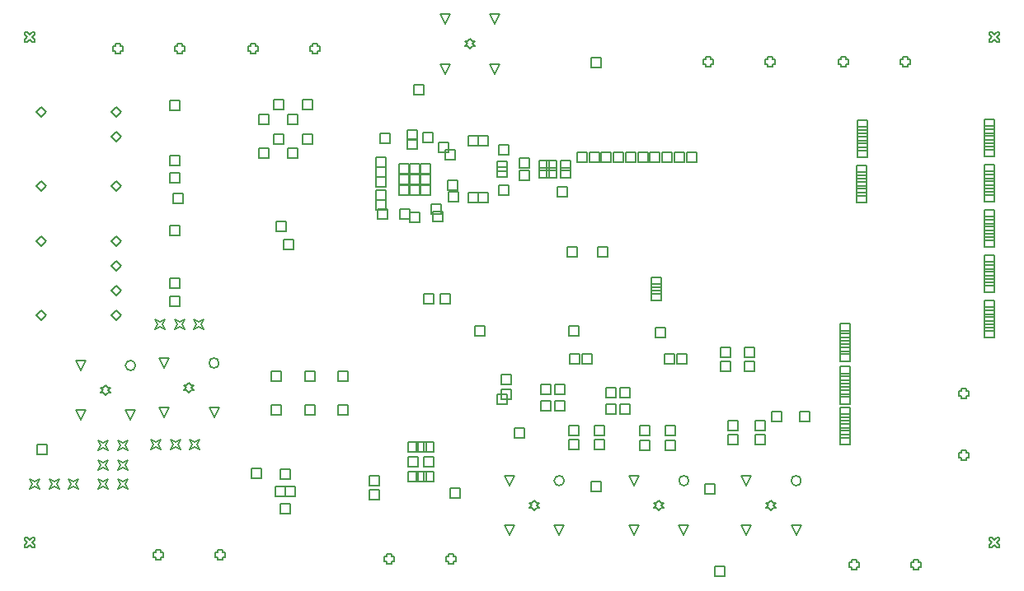
<source format=gbr>
%TF.GenerationSoftware,Altium Limited,Altium Designer,22.0.2 (36)*%
G04 Layer_Color=2752767*
%FSLAX45Y45*%
%MOMM*%
%TF.SameCoordinates,A85A4143-1F01-4578-B965-72C63468A48A*%
%TF.FilePolarity,Positive*%
%TF.FileFunction,Drawing*%
%TF.Part,Single*%
G01*
G75*
%TA.AperFunction,NonConductor*%
%ADD70C,0.12700*%
%ADD108C,0.16933*%
D70*
X3166100Y1652800D02*
Y1754400D01*
X3267700D01*
Y1652800D01*
X3166100D01*
X2823200D02*
Y1754400D01*
X2924800D01*
Y1652800D01*
X2823200D01*
X2480300D02*
Y1754400D01*
X2581900D01*
Y1652800D01*
X2480300D01*
X3166100Y1309900D02*
Y1411500D01*
X3267700D01*
Y1309900D01*
X3166100D01*
X2823200D02*
Y1411500D01*
X2924800D01*
Y1309900D01*
X2823200D01*
X2480300D02*
Y1411500D01*
X2581900D01*
Y1309900D01*
X2480300D01*
X1032500Y1256160D02*
X981700Y1357760D01*
X1083300D01*
X1032500Y1256160D01*
X521960D02*
X471160Y1357760D01*
X572760D01*
X521960Y1256160D01*
Y1766700D02*
X471160Y1868300D01*
X572760D01*
X521960Y1766700D01*
X777230Y1511430D02*
X802630Y1536830D01*
X828030D01*
X802630Y1562230D01*
X828030Y1587630D01*
X802630D01*
X777230Y1613030D01*
X751830Y1587630D01*
X726430D01*
X751830Y1562230D01*
X726430Y1536830D01*
X751830D01*
X777230Y1511430D01*
X6715270Y71700D02*
X6664470Y173300D01*
X6766070D01*
X6715270Y71700D01*
X6204730D02*
X6153930Y173300D01*
X6255530D01*
X6204730Y71700D01*
Y582240D02*
X6153930Y683840D01*
X6255530D01*
X6204730Y582240D01*
X6460000Y326970D02*
X6485400Y352370D01*
X6510800D01*
X6485400Y377770D01*
X6510800Y403170D01*
X6485400D01*
X6460000Y428570D01*
X6434600Y403170D01*
X6409200D01*
X6434600Y377770D01*
X6409200Y352370D01*
X6434600D01*
X6460000Y326970D01*
X7867770Y71700D02*
X7816970Y173300D01*
X7918570D01*
X7867770Y71700D01*
X7357230D02*
X7306430Y173300D01*
X7408030D01*
X7357230Y71700D01*
Y582240D02*
X7306430Y683840D01*
X7408030D01*
X7357230Y582240D01*
X7612500Y326970D02*
X7637900Y352370D01*
X7663300D01*
X7637900Y377770D01*
X7663300Y403170D01*
X7637900D01*
X7612500Y428570D01*
X7587100Y403170D01*
X7561700D01*
X7587100Y377770D01*
X7561700Y352370D01*
X7587100D01*
X7612500Y326970D01*
X1890000Y1281700D02*
X1839200Y1383300D01*
X1940800D01*
X1890000Y1281700D01*
X1379460D02*
X1328660Y1383300D01*
X1430260D01*
X1379460Y1281700D01*
Y1792240D02*
X1328660Y1893840D01*
X1430260D01*
X1379460Y1792240D01*
X1634730Y1536970D02*
X1660130Y1562370D01*
X1685530D01*
X1660130Y1587770D01*
X1685530Y1613170D01*
X1660130D01*
X1634730Y1638570D01*
X1609330Y1613170D01*
X1583930D01*
X1609330Y1587770D01*
X1583930Y1562370D01*
X1609330D01*
X1634730Y1536970D01*
X5435000Y71700D02*
X5384200Y173300D01*
X5485800D01*
X5435000Y71700D01*
X4924460D02*
X4873660Y173300D01*
X4975260D01*
X4924460Y71700D01*
Y582240D02*
X4873660Y683840D01*
X4975260D01*
X4924460Y582240D01*
X5179730Y326970D02*
X5205130Y352370D01*
X5230530D01*
X5205130Y377770D01*
X5230530Y403170D01*
X5205130D01*
X5179730Y428570D01*
X5154330Y403170D01*
X5128930D01*
X5154330Y377770D01*
X5128930Y352370D01*
X5154330D01*
X5179730Y326970D01*
X1686290Y2186703D02*
X1711690Y2237503D01*
X1686290Y2288303D01*
X1737090Y2262903D01*
X1787890Y2288303D01*
X1762490Y2237503D01*
X1787890Y2186703D01*
X1737090Y2212103D01*
X1686290Y2186703D01*
X1486291D02*
X1511691Y2237503D01*
X1486291Y2288303D01*
X1537091Y2262903D01*
X1587891Y2288303D01*
X1562491Y2237503D01*
X1587891Y2186703D01*
X1537091Y2212103D01*
X1486291Y2186703D01*
X1286291D02*
X1311691Y2237503D01*
X1286291Y2288303D01*
X1337091Y2262903D01*
X1387891Y2288303D01*
X1362491Y2237503D01*
X1387891Y2186703D01*
X1337091Y2212103D01*
X1286291Y2186703D01*
X8960473Y4913843D02*
Y4888443D01*
X9011273D01*
Y4913843D01*
X9036673D01*
Y4964643D01*
X9011273D01*
Y4990043D01*
X8960473D01*
Y4964643D01*
X8935073D01*
Y4913843D01*
X8960473D01*
X8325473D02*
Y4888443D01*
X8376273D01*
Y4913843D01*
X8401673D01*
Y4964643D01*
X8376273D01*
Y4990043D01*
X8325473D01*
Y4964643D01*
X8300073D01*
Y4913843D01*
X8325473D01*
X7577976D02*
Y4888443D01*
X7628776D01*
Y4913843D01*
X7654176D01*
Y4964643D01*
X7628776D01*
Y4990043D01*
X7577976D01*
Y4964643D01*
X7552576D01*
Y4913843D01*
X7577976D01*
X6942976D02*
Y4888443D01*
X6993776D01*
Y4913843D01*
X7019176D01*
Y4964643D01*
X6993776D01*
Y4990043D01*
X6942976D01*
Y4964643D01*
X6917576D01*
Y4913843D01*
X6942976D01*
X9563087Y867303D02*
Y841903D01*
X9613887D01*
Y867303D01*
X9639287D01*
Y918103D01*
X9613887D01*
Y943503D01*
X9563087D01*
Y918103D01*
X9537687D01*
Y867303D01*
X9563087D01*
Y1502303D02*
Y1476903D01*
X9613887D01*
Y1502303D01*
X9639287D01*
Y1553103D01*
X9613887D01*
Y1578503D01*
X9563087D01*
Y1553103D01*
X9537687D01*
Y1502303D01*
X9563087D01*
X9076006Y-259631D02*
Y-285031D01*
X9126806D01*
Y-259631D01*
X9152206D01*
Y-208831D01*
X9126806D01*
Y-183431D01*
X9076006D01*
Y-208831D01*
X9050606D01*
Y-259631D01*
X9076006D01*
X5227400Y3749400D02*
Y3851000D01*
X5329000D01*
Y3749400D01*
X5227400D01*
X5303400Y3825400D02*
Y3927000D01*
X5405000D01*
Y3825400D01*
X5303400D01*
X8441006Y-259631D02*
Y-285031D01*
X8491806D01*
Y-259631D01*
X8517206D01*
Y-208831D01*
X8491806D01*
Y-183431D01*
X8441006D01*
Y-208831D01*
X8415606D01*
Y-259631D01*
X8441006D01*
X9849200Y5149200D02*
X9874600D01*
X9900000Y5174600D01*
X9925400Y5149200D01*
X9950800D01*
Y5174600D01*
X9925400Y5200000D01*
X9950800Y5225400D01*
Y5250800D01*
X9925400D01*
X9900000Y5225400D01*
X9874600Y5250800D01*
X9849200D01*
Y5225400D01*
X9874600Y5200000D01*
X9849200Y5174600D01*
Y5149200D01*
Y-50800D02*
X9874600D01*
X9900000Y-25400D01*
X9925400Y-50800D01*
X9950800D01*
Y-25400D01*
X9925400Y0D01*
X9950800Y25400D01*
Y50800D01*
X9925400D01*
X9900000Y25400D01*
X9874600Y50800D01*
X9849200D01*
Y25400D01*
X9874600Y0D01*
X9849200Y-25400D01*
Y-50800D01*
X-50800D02*
X-25400D01*
X0Y-25400D01*
X25400Y-50800D01*
X50800D01*
Y-25400D01*
X25400Y0D01*
X50800Y25400D01*
Y50800D01*
X25400D01*
X0Y25400D01*
X-25400Y50800D01*
X-50800D01*
Y25400D01*
X-25400Y0D01*
X-50800Y-25400D01*
Y-50800D01*
Y5149200D02*
X-25400D01*
X0Y5174600D01*
X25400Y5149200D01*
X50800D01*
Y5174600D01*
X25400Y5200000D01*
X50800Y5225400D01*
Y5250800D01*
X25400D01*
X0Y5225400D01*
X-25400Y5250800D01*
X-50800D01*
Y5225400D01*
X-25400Y5200000D01*
X-50800Y5174600D01*
Y5149200D01*
X61701Y3098502D02*
X112501Y3149302D01*
X163301Y3098502D01*
X112501Y3047702D01*
X61701Y3098502D01*
Y2336502D02*
X112501Y2387302D01*
X163301Y2336502D01*
X112501Y2285702D01*
X61701Y2336502D01*
X831702Y3098502D02*
X882502Y3149302D01*
X933302Y3098502D01*
X882502Y3047702D01*
X831702Y3098502D01*
Y2844502D02*
X882502Y2895302D01*
X933302Y2844502D01*
X882502Y2793702D01*
X831702Y2844502D01*
Y2590502D02*
X882502Y2641302D01*
X933302Y2590502D01*
X882502Y2539702D01*
X831702Y2590502D01*
Y2336502D02*
X882502Y2387302D01*
X933302Y2336502D01*
X882502Y2285702D01*
X831702Y2336502D01*
X61701Y3666501D02*
X112501Y3717301D01*
X163301Y3666501D01*
X112501Y3615701D01*
X61701Y3666501D01*
Y4428501D02*
X112501Y4479301D01*
X163301Y4428501D01*
X112501Y4377701D01*
X61701Y4428501D01*
X831702D02*
X882502Y4479301D01*
X933302Y4428501D01*
X882502Y4377701D01*
X831702Y4428501D01*
Y4174501D02*
X882502Y4225301D01*
X933302Y4174501D01*
X882502Y4123701D01*
X831702Y4174501D01*
Y3666501D02*
X882502Y3717301D01*
X933302Y3666501D01*
X882502Y3615701D01*
X831702Y3666501D01*
X4294601Y-200400D02*
Y-225800D01*
X4345401D01*
Y-200400D01*
X4370801D01*
Y-149600D01*
X4345401D01*
Y-124200D01*
X4294601D01*
Y-149600D01*
X4269201D01*
Y-200400D01*
X4294601D01*
X3659601D02*
Y-225800D01*
X3710401D01*
Y-200400D01*
X3735801D01*
Y-149600D01*
X3710401D01*
Y-124200D01*
X3659601D01*
Y-149600D01*
X3634201D01*
Y-200400D01*
X3659601D01*
X1289598Y-155401D02*
Y-180801D01*
X1340398D01*
Y-155401D01*
X1365798D01*
Y-104601D01*
X1340398D01*
Y-79201D01*
X1289598D01*
Y-104601D01*
X1264198D01*
Y-155401D01*
X1289598D01*
X1924598D02*
Y-180801D01*
X1975398D01*
Y-155401D01*
X2000798D01*
Y-104601D01*
X1975398D01*
Y-79201D01*
X1924598D01*
Y-104601D01*
X1899198D01*
Y-155401D01*
X1924598D01*
X899200Y946700D02*
X924600Y997500D01*
X899200Y1048300D01*
X950000Y1022900D01*
X1000800Y1048300D01*
X975400Y997500D01*
X1000800Y946700D01*
X950000Y972100D01*
X899200Y946700D01*
Y746700D02*
X924600Y797500D01*
X899200Y848300D01*
X950000Y822900D01*
X1000800Y848300D01*
X975400Y797500D01*
X1000800Y746700D01*
X950000Y772100D01*
X899200Y746700D01*
Y546701D02*
X924600Y597501D01*
X899200Y648301D01*
X950000Y622901D01*
X1000800Y648301D01*
X975400Y597501D01*
X1000800Y546701D01*
X950000Y572101D01*
X899200Y546701D01*
X699201D02*
X724601Y597501D01*
X699201Y648301D01*
X750001Y622901D01*
X800801Y648301D01*
X775401Y597501D01*
X800801Y546701D01*
X750001Y572101D01*
X699201Y546701D01*
Y746700D02*
X724601Y797500D01*
X699201Y848300D01*
X750001Y822900D01*
X800801Y848300D01*
X775401Y797500D01*
X800801Y746700D01*
X750001Y772100D01*
X699201Y746700D01*
Y946700D02*
X724601Y997500D01*
X699201Y1048300D01*
X750001Y1022900D01*
X800801Y1048300D01*
X775401Y997500D01*
X800801Y946700D01*
X750001Y972100D01*
X699201Y946700D01*
X1641698Y951699D02*
X1667098Y1002499D01*
X1641698Y1053299D01*
X1692498Y1027899D01*
X1743298Y1053299D01*
X1717898Y1002499D01*
X1743298Y951699D01*
X1692498Y977099D01*
X1641698Y951699D01*
X1441698D02*
X1467098Y1002499D01*
X1441698Y1053299D01*
X1492498Y1027899D01*
X1543298Y1053299D01*
X1517898Y1002499D01*
X1543298Y951699D01*
X1492498Y977099D01*
X1441698Y951699D01*
X1241699D02*
X1267099Y1002499D01*
X1241699Y1053299D01*
X1292499Y1027899D01*
X1343299Y1053299D01*
X1317899Y1002499D01*
X1343299Y951699D01*
X1292499Y977099D01*
X1241699Y951699D01*
X874598Y5049603D02*
Y5024203D01*
X925398D01*
Y5049603D01*
X950798D01*
Y5100403D01*
X925398D01*
Y5125803D01*
X874598D01*
Y5100403D01*
X849198D01*
Y5049603D01*
X874598D01*
X1509598D02*
Y5024203D01*
X1560398D01*
Y5049603D01*
X1585798D01*
Y5100403D01*
X1560398D01*
Y5125803D01*
X1509598D01*
Y5100403D01*
X1484198D01*
Y5049603D01*
X1509598D01*
X2269601D02*
Y5024203D01*
X2320401D01*
Y5049603D01*
X2345801D01*
Y5100403D01*
X2320401D01*
Y5125803D01*
X2269601D01*
Y5100403D01*
X2244201D01*
Y5049603D01*
X2269601D01*
X2904601D02*
Y5024203D01*
X2955401D01*
Y5049603D01*
X2980801D01*
Y5100403D01*
X2955401D01*
Y5125803D01*
X2904601D01*
Y5100403D01*
X2879201D01*
Y5049603D01*
X2904601D01*
X4775271Y4818930D02*
X4724471Y4920530D01*
X4826071D01*
X4775271Y4818930D01*
X4264731D02*
X4213931Y4920530D01*
X4315531D01*
X4264731Y4818930D01*
Y5329470D02*
X4213931Y5431070D01*
X4315531D01*
X4264731Y5329470D01*
X4775271D02*
X4724471Y5431070D01*
X4826071D01*
X4775271Y5329470D01*
X4520001Y5074200D02*
X4545401Y5099600D01*
X4570801D01*
X4545401Y5125000D01*
X4570801Y5150400D01*
X4545401D01*
X4520001Y5175800D01*
X4494601Y5150400D01*
X4469201D01*
X4494601Y5125000D01*
X4469201Y5099600D01*
X4494601D01*
X4520001Y5074200D01*
X5227400Y3825400D02*
Y3927000D01*
X5329000D01*
Y3825400D01*
X5227400D01*
X5303400Y3749400D02*
Y3851000D01*
X5405000D01*
Y3749400D01*
X5303400D01*
X-798Y544201D02*
X24602Y595001D01*
X-798Y645801D01*
X50002Y620401D01*
X100802Y645801D01*
X75402Y595001D01*
X100802Y544201D01*
X50002Y569601D01*
X-798Y544201D01*
X199202D02*
X224602Y595001D01*
X199202Y645801D01*
X250002Y620401D01*
X300802Y645801D01*
X275402Y595001D01*
X300802Y544201D01*
X250002Y569601D01*
X199202Y544201D01*
X399201D02*
X424601Y595001D01*
X399201Y645801D01*
X450001Y620401D01*
X500801Y645801D01*
X475401Y595001D01*
X500801Y544201D01*
X450001Y569601D01*
X399201Y544201D01*
X3966199Y626200D02*
Y727800D01*
X4067799D01*
Y626200D01*
X3966199D01*
X8320959Y1145982D02*
Y1247582D01*
X8422559D01*
Y1145982D01*
X8320959D01*
Y1215982D02*
Y1317582D01*
X8422559D01*
Y1215982D01*
X8320959D01*
Y1285982D02*
Y1387582D01*
X8422559D01*
Y1285982D01*
X8320959D01*
X4798304Y3753071D02*
Y3854671D01*
X4899904D01*
Y3753071D01*
X4798304D01*
X5027384Y3850073D02*
Y3951673D01*
X5128984D01*
Y3850073D01*
X5027384D01*
Y3719294D02*
Y3820894D01*
X5128984D01*
Y3719294D01*
X5027384D01*
X3904162Y3290517D02*
Y3392117D01*
X4005762D01*
Y3290517D01*
X3904162D01*
X4123243Y3375784D02*
Y3477384D01*
X4224843D01*
Y3375784D01*
X4123243D01*
X4293151Y3623259D02*
Y3724859D01*
X4394751D01*
Y3623259D01*
X4293151D01*
X4299165Y3499174D02*
Y3600774D01*
X4400765D01*
Y3499174D01*
X4299165D01*
X4499165Y3496514D02*
Y3598114D01*
X4600765D01*
Y3496514D01*
X4499165D01*
X4497404Y4079544D02*
Y4181144D01*
X4599004D01*
Y4079544D01*
X4497404D01*
X4600375D02*
Y4181144D01*
X4701975D01*
Y4079544D01*
X4600375D01*
X4605096Y3496514D02*
Y3598114D01*
X4706696D01*
Y3496514D01*
X4605096D01*
X4798997Y3818029D02*
Y3919629D01*
X4900597D01*
Y3818029D01*
X4798997D01*
X4566884Y2123292D02*
Y2224892D01*
X4668484D01*
Y2123292D01*
X4566884D01*
X4046702Y2451292D02*
Y2552892D01*
X4148302D01*
Y2451292D01*
X4046702D01*
X4214200D02*
Y2552892D01*
X4315800D01*
Y2451292D01*
X4214200D01*
X7090687Y1900988D02*
Y2002588D01*
X7192287D01*
Y1900988D01*
X7090687D01*
X7338909D02*
Y2002588D01*
X7440509D01*
Y1900988D01*
X7338909D01*
X7090687Y1755817D02*
Y1857417D01*
X7192287D01*
Y1755817D01*
X7090687D01*
X7338909D02*
Y1857417D01*
X7440509D01*
Y1755817D01*
X7338909D01*
X3945176Y4606519D02*
Y4708119D01*
X4046776D01*
Y4606519D01*
X3945176D01*
X2349200Y3949200D02*
Y4050800D01*
X2450800D01*
Y3949200D01*
X2349200D01*
X2649200D02*
Y4050800D01*
X2750800D01*
Y3949200D01*
X2649200D01*
X2499200Y4099200D02*
Y4200800D01*
X2600800D01*
Y4099200D01*
X2499200D01*
X2799200D02*
Y4200800D01*
X2900800D01*
Y4099200D01*
X2799200D01*
X2349200Y4299200D02*
Y4400800D01*
X2450800D01*
Y4299200D01*
X2349200D01*
X2649200D02*
Y4400800D01*
X2750800D01*
Y4299200D01*
X2649200D01*
X2799200Y4449200D02*
Y4550800D01*
X2900800D01*
Y4449200D01*
X2799200D01*
X2499200D02*
Y4550800D01*
X2600800D01*
Y4449200D01*
X2499200D01*
X5829611Y2939284D02*
Y3040884D01*
X5931211D01*
Y2939284D01*
X5829611D01*
X5518788D02*
Y3040884D01*
X5620388D01*
Y2939284D01*
X5518788D01*
X4976698Y1075201D02*
Y1176801D01*
X5078298D01*
Y1075201D01*
X4976698D01*
X5764199Y518199D02*
Y619799D01*
X5865799D01*
Y518199D01*
X5764199D01*
X6929201Y494201D02*
Y595801D01*
X7030801D01*
Y494201D01*
X6929201D01*
X8319042Y1934064D02*
Y2035664D01*
X8420642D01*
Y1934064D01*
X8319042D01*
X8319042Y1864064D02*
Y1965664D01*
X8420642D01*
Y1864064D01*
X8319042D01*
X8319041Y2004064D02*
Y2105664D01*
X8420641D01*
Y2004064D01*
X8319041D01*
Y2074064D02*
Y2175664D01*
X8420641D01*
Y2074064D01*
X8319041D01*
X8319041Y2144064D02*
Y2245664D01*
X8420641D01*
Y2144064D01*
X8319041D01*
X8318994Y1494065D02*
Y1595665D01*
X8420594D01*
Y1494065D01*
X8318994D01*
X8318995Y1424065D02*
Y1525665D01*
X8420595D01*
Y1424065D01*
X8318995D01*
X8318994Y1564065D02*
Y1665665D01*
X8420594D01*
Y1564065D01*
X8318994D01*
Y1634065D02*
Y1735665D01*
X8420594D01*
Y1634065D01*
X8318994D01*
X8318993Y1704065D02*
Y1805665D01*
X8420593D01*
Y1704065D01*
X8318993D01*
X8488994Y3566061D02*
Y3667661D01*
X8590594D01*
Y3566061D01*
X8488994D01*
X8488994Y3496062D02*
Y3597662D01*
X8590594D01*
Y3496062D01*
X8488994D01*
X8488993Y3636061D02*
Y3737661D01*
X8590593D01*
Y3636061D01*
X8488993D01*
Y3706061D02*
Y3807661D01*
X8590593D01*
Y3706061D01*
X8488993D01*
X8488993Y3776062D02*
Y3877662D01*
X8590593D01*
Y3776062D01*
X8488993D01*
X8496492Y4031566D02*
Y4133166D01*
X8598092D01*
Y4031566D01*
X8496492D01*
X8496492Y3961567D02*
Y4063167D01*
X8598092D01*
Y3961567D01*
X8496492D01*
X8496491Y4101566D02*
Y4203166D01*
X8598091D01*
Y4101566D01*
X8496491D01*
Y4171566D02*
Y4273166D01*
X8598091D01*
Y4171566D01*
X8496491D01*
X8496491Y4241567D02*
Y4343167D01*
X8598091D01*
Y4241567D01*
X8496491D01*
X1437109Y2424198D02*
Y2525798D01*
X1538709D01*
Y2424198D01*
X1437109D01*
Y2611700D02*
Y2713300D01*
X1538709D01*
Y2611700D01*
X1437109D01*
Y3159202D02*
Y3260802D01*
X1538709D01*
Y3159202D01*
X1437109D01*
Y4441699D02*
Y4543299D01*
X1538709D01*
Y4441699D01*
X1437109D01*
X1472699Y3486700D02*
Y3588300D01*
X1574299D01*
Y3486700D01*
X1472699D01*
X1437109Y3696702D02*
Y3798302D01*
X1538709D01*
Y3696702D01*
X1437109D01*
Y3871698D02*
Y3973298D01*
X1538709D01*
Y3871698D01*
X1437109D01*
X2272112Y659116D02*
Y760716D01*
X2373712D01*
Y659116D01*
X2272112D01*
X2619999Y471700D02*
Y573300D01*
X2721599D01*
Y471700D01*
X2619999D01*
X2518399D02*
Y573300D01*
X2619999D01*
Y471700D01*
X2518399D01*
X2569199Y646960D02*
Y748560D01*
X2670799D01*
Y646960D01*
X2569199D01*
Y296440D02*
Y398040D01*
X2670799D01*
Y296440D01*
X2569199D01*
X3487111Y582240D02*
Y683840D01*
X3588711D01*
Y582240D01*
X3487111D01*
Y437069D02*
Y538669D01*
X3588711D01*
Y437069D01*
X3487111D01*
X3966199Y926200D02*
Y1027800D01*
X4067799D01*
Y926200D01*
X3966199D01*
X3886199D02*
Y1027800D01*
X3987799D01*
Y926200D01*
X3886199D01*
X4046199D02*
Y1027800D01*
X4147799D01*
Y926200D01*
X4046199D01*
Y776200D02*
Y877800D01*
X4147799D01*
Y776200D01*
X4046199D01*
X3886199D02*
Y877800D01*
X3987799D01*
Y776200D01*
X3886199D01*
Y626200D02*
Y727800D01*
X3987799D01*
Y626200D01*
X3886199D01*
X4046199D02*
Y727800D01*
X4147799D01*
Y626200D01*
X4046199D01*
X4311291Y456698D02*
Y558298D01*
X4412891D01*
Y456698D01*
X4311291D01*
X4794199Y1424029D02*
Y1525629D01*
X4895799D01*
Y1424029D01*
X4794199D01*
X4842110Y1474354D02*
Y1575954D01*
X4943710D01*
Y1474354D01*
X4842110D01*
Y1619526D02*
Y1721126D01*
X4943710D01*
Y1619526D01*
X4842110D01*
X5394502Y1518788D02*
Y1620388D01*
X5496102D01*
Y1518788D01*
X5394502D01*
X5249331D02*
Y1620388D01*
X5350931D01*
Y1518788D01*
X5249331D01*
X5249113Y1351290D02*
Y1452890D01*
X5350713D01*
Y1351290D01*
X5249113D01*
X5394284D02*
Y1452890D01*
X5495884D01*
Y1351290D01*
X5394284D01*
X6061699Y1486291D02*
Y1587891D01*
X6163299D01*
Y1486291D01*
X6061699D01*
X5916528D02*
Y1587891D01*
X6018128D01*
Y1486291D01*
X5916528D01*
X6059286Y1318788D02*
Y1420388D01*
X6160886D01*
Y1318788D01*
X6059286D01*
X5914115D02*
Y1420388D01*
X6015715D01*
Y1318788D01*
X5914115D01*
X5799613Y1099527D02*
Y1201127D01*
X5901213D01*
Y1099527D01*
X5799613D01*
X5533789Y1102026D02*
Y1203626D01*
X5635389D01*
Y1102026D01*
X5533789D01*
Y956855D02*
Y1058455D01*
X5635389D01*
Y956855D01*
X5533789D01*
X5799613Y954355D02*
Y1055955D01*
X5901213D01*
Y954355D01*
X5799613D01*
X7905501Y1237897D02*
Y1339497D01*
X8007101D01*
Y1237897D01*
X7905501D01*
X7613401Y1237903D02*
Y1339503D01*
X7715001D01*
Y1237903D01*
X7613401D01*
X7445412Y1006517D02*
Y1108117D01*
X7547012D01*
Y1006517D01*
X7445412D01*
Y1151688D02*
Y1253288D01*
X7547012D01*
Y1151688D01*
X7445412D01*
X7171790D02*
Y1253288D01*
X7273390D01*
Y1151688D01*
X7171790D01*
Y1006517D02*
Y1108117D01*
X7273390D01*
Y1006517D01*
X7171790D01*
X6258792Y1094284D02*
Y1195884D01*
X6360392D01*
Y1094284D01*
X6258792D01*
Y949113D02*
Y1050713D01*
X6360392D01*
Y949113D01*
X6258792D01*
X6522111D02*
Y1050713D01*
X6623711D01*
Y949113D01*
X6522111D01*
Y1094284D02*
Y1195884D01*
X6623711D01*
Y1094284D01*
X6522111D01*
X5541700Y1831700D02*
Y1933300D01*
X5643300D01*
Y1831700D01*
X5541700D01*
X5671703D02*
Y1933300D01*
X5773303D01*
Y1831700D01*
X5671703D01*
X6519199D02*
Y1933300D01*
X6620799D01*
Y1831700D01*
X6519199D01*
X6646702D02*
Y1933300D01*
X6748302D01*
Y1831700D01*
X6646702D01*
X6384101Y2553900D02*
Y2655500D01*
X6485701D01*
Y2553900D01*
X6384101D01*
Y2621400D02*
Y2723000D01*
X6485701D01*
Y2621400D01*
X6384101D01*
Y2486400D02*
Y2588000D01*
X6485701D01*
Y2486400D01*
X6384101D01*
X5532998Y2123292D02*
Y2224892D01*
X5634598D01*
Y2123292D01*
X5532998D01*
X2608551Y3009200D02*
Y3110800D01*
X2710151D01*
Y3009200D01*
X2608551D01*
X2529609Y3201702D02*
Y3303302D01*
X2631209D01*
Y3201702D01*
X2529609D01*
X5451904Y3822119D02*
Y3923719D01*
X5553504D01*
Y3822119D01*
X5451904D01*
X5448654Y3749366D02*
Y3850966D01*
X5550254D01*
Y3749366D01*
X5448654D01*
X4815017Y3988547D02*
Y4090147D01*
X4916617D01*
Y3988547D01*
X4815017D01*
Y3574199D02*
Y3675799D01*
X4916617D01*
Y3574199D01*
X4815017D01*
X4134131Y3303568D02*
Y3405168D01*
X4235731D01*
Y3303568D01*
X4134131D01*
X3796492Y3321095D02*
Y3422695D01*
X3898092D01*
Y3321095D01*
X3796492D01*
X3552385Y3515517D02*
Y3617117D01*
X3653985D01*
Y3515517D01*
X3552385D01*
X3573965Y3321095D02*
Y3422695D01*
X3675565D01*
Y3321095D01*
X3573965D01*
X8320959Y1075982D02*
Y1177582D01*
X8422559D01*
Y1075982D01*
X8320959D01*
Y1005982D02*
Y1107582D01*
X8422559D01*
Y1005982D01*
X8320959D01*
X9804861Y2314833D02*
Y2416433D01*
X9906461D01*
Y2314833D01*
X9804861D01*
Y2384833D02*
Y2486433D01*
X9906461D01*
Y2384833D01*
X9804861D01*
Y2244833D02*
Y2346433D01*
X9906461D01*
Y2244833D01*
X9804861D01*
Y2174833D02*
Y2276433D01*
X9906461D01*
Y2174833D01*
X9804861D01*
Y2104833D02*
Y2206433D01*
X9906461D01*
Y2104833D01*
X9804861D01*
X9804863Y2780336D02*
Y2881936D01*
X9906463D01*
Y2780336D01*
X9804863D01*
Y2850336D02*
Y2951936D01*
X9906463D01*
Y2850336D01*
X9804863D01*
Y2710336D02*
Y2811936D01*
X9906463D01*
Y2710336D01*
X9804863D01*
Y2640336D02*
Y2741936D01*
X9906463D01*
Y2640336D01*
X9804863D01*
Y2570335D02*
Y2671935D01*
X9906463D01*
Y2570335D01*
X9804863D01*
Y3245836D02*
Y3347436D01*
X9906463D01*
Y3245836D01*
X9804863D01*
Y3315836D02*
Y3417436D01*
X9906463D01*
Y3315836D01*
X9804863D01*
Y3175836D02*
Y3277436D01*
X9906463D01*
Y3175836D01*
X9804863D01*
Y3105836D02*
Y3207436D01*
X9906463D01*
Y3105836D01*
X9804863D01*
Y3035835D02*
Y3137435D01*
X9906463D01*
Y3035835D01*
X9804863D01*
Y3711335D02*
Y3812935D01*
X9906463D01*
Y3711335D01*
X9804863D01*
Y3781336D02*
Y3882936D01*
X9906463D01*
Y3781336D01*
X9804863D01*
Y3641336D02*
Y3742936D01*
X9906463D01*
Y3641336D01*
X9804863D01*
Y3571336D02*
Y3672936D01*
X9906463D01*
Y3571336D01*
X9804863D01*
Y3501335D02*
Y3602935D01*
X9906463D01*
Y3501335D01*
X9804863D01*
Y3966835D02*
Y4068435D01*
X9906463D01*
Y3966835D01*
X9804863D01*
Y4036835D02*
Y4138435D01*
X9906463D01*
Y4036835D01*
X9804863D01*
Y4106836D02*
Y4208436D01*
X9906463D01*
Y4106836D01*
X9804863D01*
X4009763Y3790587D02*
Y3892187D01*
X4111363D01*
Y3790587D01*
X4009763D01*
Y3680590D02*
Y3782190D01*
X4111363D01*
Y3680590D01*
X4009763D01*
Y3570588D02*
Y3672188D01*
X4111363D01*
Y3570588D01*
X4009763D01*
X3899761Y3790587D02*
Y3892187D01*
X4001361D01*
Y3790587D01*
X3899761D01*
Y3680590D02*
Y3782190D01*
X4001361D01*
Y3680590D01*
X3899761D01*
Y3570588D02*
Y3672188D01*
X4001361D01*
Y3570588D01*
X3899761D01*
X3789763Y3790587D02*
Y3892187D01*
X3891363D01*
Y3790587D01*
X3789763D01*
Y3680590D02*
Y3782190D01*
X3891363D01*
Y3680590D01*
X3789763D01*
Y3570588D02*
Y3672188D01*
X3891363D01*
Y3570588D01*
X3789763D01*
X9804863Y4246836D02*
Y4348436D01*
X9906463D01*
Y4246836D01*
X9804863D01*
Y4176835D02*
Y4278435D01*
X9906463D01*
Y4176835D01*
X9804863D01*
X5760578Y4884965D02*
Y4986565D01*
X5862178D01*
Y4884965D01*
X5760578D01*
X6424203Y2104198D02*
Y2205798D01*
X6525803D01*
Y2104198D01*
X6424203D01*
X7028799Y-350798D02*
Y-249198D01*
X7130399D01*
Y-350798D01*
X7028799D01*
X4200177Y4010516D02*
Y4112116D01*
X4301777D01*
Y4010516D01*
X4200177D01*
X4267680Y3930516D02*
Y4032116D01*
X4369280D01*
Y3930516D01*
X4267680D01*
X4037383Y4113015D02*
Y4214615D01*
X4138983D01*
Y4113015D01*
X4037383D01*
X3598705Y4101991D02*
Y4203591D01*
X3700305D01*
Y4101991D01*
X3598705D01*
X74996Y899199D02*
Y1000799D01*
X176596D01*
Y899199D01*
X74996D01*
X5417601Y3552339D02*
Y3653939D01*
X5519201D01*
Y3552339D01*
X5417601D01*
X3549881Y3420519D02*
Y3522119D01*
X3651481D01*
Y3420519D01*
X3549881D01*
X3552385Y3758019D02*
Y3859619D01*
X3653985D01*
Y3758019D01*
X3552385D01*
Y3858019D02*
Y3959619D01*
X3653985D01*
Y3858019D01*
X3552385D01*
Y3655515D02*
Y3757115D01*
X3653985D01*
Y3655515D01*
X3552385D01*
X3875178Y4138019D02*
Y4239619D01*
X3976778D01*
Y4138019D01*
X3875178D01*
Y4048016D02*
Y4149616D01*
X3976778D01*
Y4048016D01*
X3875178D01*
X6118428Y3907598D02*
Y4009198D01*
X6220028D01*
Y3907598D01*
X6118428D01*
X5990925D02*
Y4009198D01*
X6092525D01*
Y3907598D01*
X5990925D01*
X5867359D02*
Y4009198D01*
X5968959D01*
Y3907598D01*
X5867359D01*
X6243426D02*
Y4009198D01*
X6345026D01*
Y3907598D01*
X6243426D01*
X5617504D02*
Y4009198D01*
X5719104D01*
Y3907598D01*
X5617504D01*
X5742431D02*
Y4009198D01*
X5844031D01*
Y3907598D01*
X5742431D01*
X6491991D02*
Y4009198D01*
X6593591D01*
Y3907598D01*
X6491991D01*
X6367063D02*
Y4009198D01*
X6468663D01*
Y3907598D01*
X6367063D01*
X6616918D02*
Y4009198D01*
X6718518D01*
Y3907598D01*
X6616918D01*
X6741845D02*
Y4009198D01*
X6843445D01*
Y3907598D01*
X6741845D01*
D108*
X1083300Y1817500D02*
G03*
X1083300Y1817500I-50800J0D01*
G01*
X6766070Y633040D02*
G03*
X6766070Y633040I-50800J0D01*
G01*
X7918570D02*
G03*
X7918570Y633040I-50800J0D01*
G01*
X1940800Y1843040D02*
G03*
X1940800Y1843040I-50800J0D01*
G01*
X5485800Y633040D02*
G03*
X5485800Y633040I-50800J0D01*
G01*
%TF.MD5,691593f0d359e3da4929bfcfd61437e5*%
M02*

</source>
